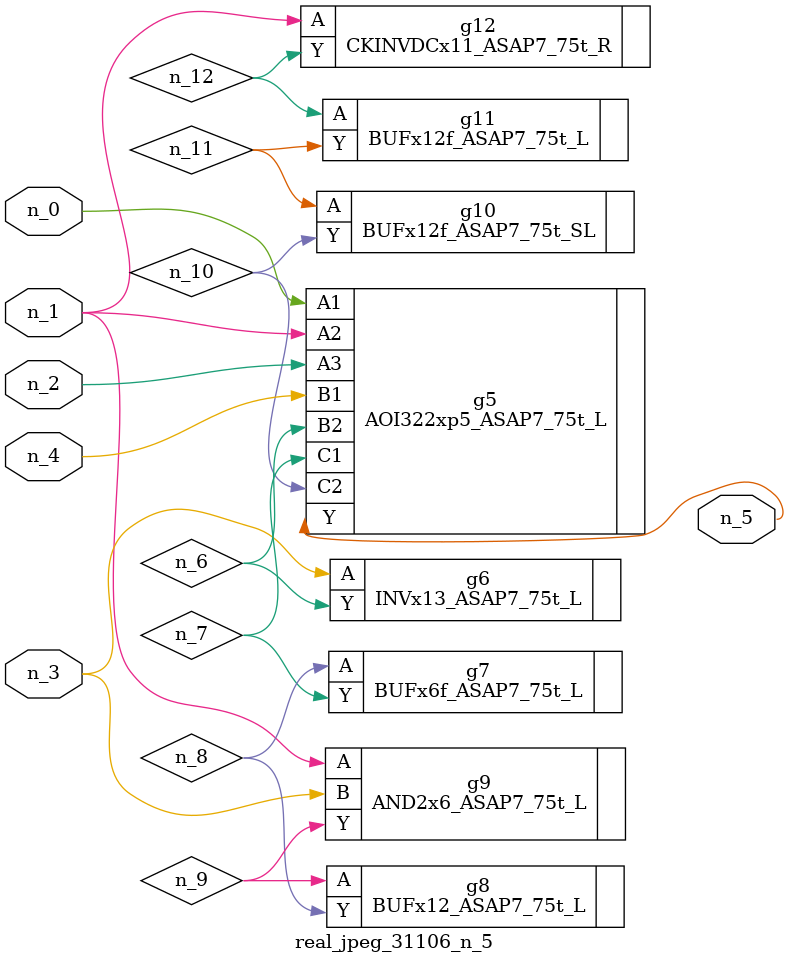
<source format=v>
module real_jpeg_31106_n_5 (n_4, n_0, n_1, n_2, n_3, n_5);

input n_4;
input n_0;
input n_1;
input n_2;
input n_3;

output n_5;

wire n_12;
wire n_8;
wire n_11;
wire n_6;
wire n_7;
wire n_10;
wire n_9;

AOI322xp5_ASAP7_75t_L g5 ( 
.A1(n_0),
.A2(n_1),
.A3(n_2),
.B1(n_4),
.B2(n_6),
.C1(n_7),
.C2(n_10),
.Y(n_5)
);

AND2x6_ASAP7_75t_L g9 ( 
.A(n_1),
.B(n_3),
.Y(n_9)
);

CKINVDCx11_ASAP7_75t_R g12 ( 
.A(n_1),
.Y(n_12)
);

INVx13_ASAP7_75t_L g6 ( 
.A(n_3),
.Y(n_6)
);

BUFx6f_ASAP7_75t_L g7 ( 
.A(n_8),
.Y(n_7)
);

BUFx12_ASAP7_75t_L g8 ( 
.A(n_9),
.Y(n_8)
);

BUFx12f_ASAP7_75t_SL g10 ( 
.A(n_11),
.Y(n_10)
);

BUFx12f_ASAP7_75t_L g11 ( 
.A(n_12),
.Y(n_11)
);


endmodule
</source>
